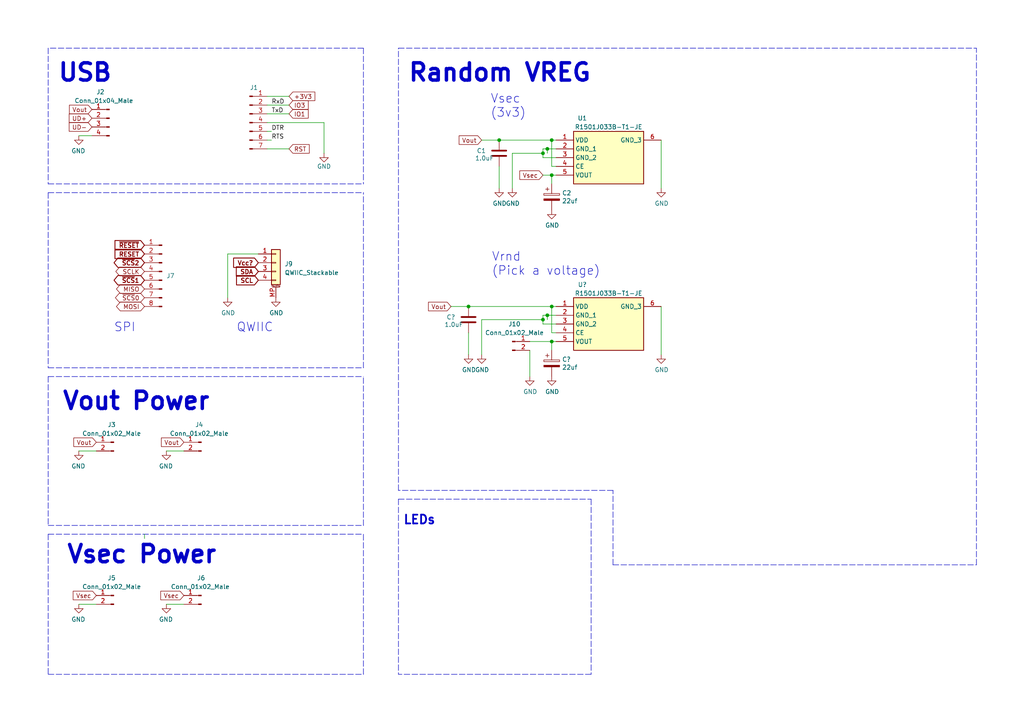
<source format=kicad_sch>
(kicad_sch (version 20211123) (generator eeschema)
  (paper "A4")
  (title_block (title "Random VREG") (rev "0.2.0") (company "The Nerd Mage"))
  (lib_symbols
    (symbol "Connector:Conn_01x02_Male" (pin_names (offset 1.016) hide)
      (property "Reference" "J" (at 0 2.54 0))
      (property "Value" "Conn_01x02_Male" (at 0 -5.08 0))
      (symbol "Conn_01x02_Male_1_1"
        (polyline (pts (xy 1.27 -2.54) (xy 0.8636 -2.54)) (stroke (width 0.1524)))
        (polyline (pts (xy 1.27 0) (xy 0.8636 0)) (stroke (width 0.1524)))
        (rectangle (start 0.8636 -2.413) (end 0 -2.667) (stroke (width 0.1524)) (fill (type outline)))
        (rectangle (start 0.8636 0.127) (end 0 -0.127) (stroke (width 0.1524)) (fill (type outline)))
        (pin passive line (at 5.08 0 180) (length 3.81) (name "Pin_1") (number "1"))
        (pin passive line (at 5.08 -2.54 180) (length 3.81) (name "Pin_2") (number "2"))
      )
    )
    (symbol "Connector:Conn_01x04_Male" (pin_names (offset 1.016) hide)
      (property "Reference" "J" (at 0 5.08 0))
      (property "Value" "Conn_01x04_Male" (at 0 -7.62 0))
      (symbol "Conn_01x04_Male_1_1"
        (polyline (pts (xy 1.27 -5.08) (xy 0.8636 -5.08)) (stroke (width 0.1524)))
        (polyline (pts (xy 1.27 -2.54) (xy 0.8636 -2.54)) (stroke (width 0.1524)))
        (polyline (pts (xy 1.27 0) (xy 0.8636 0)) (stroke (width 0.1524)))
        (polyline (pts (xy 1.27 2.54) (xy 0.8636 2.54)) (stroke (width 0.1524)))
        (rectangle (start 0.8636 -4.953) (end 0 -5.207) (stroke (width 0.1524)) (fill (type outline)))
        (rectangle (start 0.8636 -2.413) (end 0 -2.667) (stroke (width 0.1524)) (fill (type outline)))
        (rectangle (start 0.8636 0.127) (end 0 -0.127) (stroke (width 0.1524)) (fill (type outline)))
        (rectangle (start 0.8636 2.667) (end 0 2.413) (stroke (width 0.1524)) (fill (type outline)))
        (pin passive line (at 5.08 2.54 180) (length 3.81) (name "Pin_1") (number "1"))
        (pin passive line (at 5.08 0 180) (length 3.81) (name "Pin_2") (number "2"))
        (pin passive line (at 5.08 -2.54 180) (length 3.81) (name "Pin_3") (number "3"))
        (pin passive line (at 5.08 -5.08 180) (length 3.81) (name "Pin_4") (number "4"))
      )
    )
    (symbol "Connector:Conn_01x07_Male" (pin_names (offset 1.016) hide)
      (property "Reference" "J" (at 0 10.16 0))
      (property "Value" "Conn_01x07_Male" (at 0 -10.16 0))
      (symbol "Conn_01x07_Male_1_1"
        (polyline (pts (xy 1.27 -7.62) (xy 0.8636 -7.62)) (stroke (width 0.1524)))
        (polyline (pts (xy 1.27 -5.08) (xy 0.8636 -5.08)) (stroke (width 0.1524)))
        (polyline (pts (xy 1.27 -2.54) (xy 0.8636 -2.54)) (stroke (width 0.1524)))
        (polyline (pts (xy 1.27 0) (xy 0.8636 0)) (stroke (width 0.1524)))
        (polyline (pts (xy 1.27 2.54) (xy 0.8636 2.54)) (stroke (width 0.1524)))
        (polyline (pts (xy 1.27 5.08) (xy 0.8636 5.08)) (stroke (width 0.1524)))
        (polyline (pts (xy 1.27 7.62) (xy 0.8636 7.62)) (stroke (width 0.1524)))
        (rectangle (start 0.8636 -7.493) (end 0 -7.747) (stroke (width 0.1524)) (fill (type outline)))
        (rectangle (start 0.8636 -4.953) (end 0 -5.207) (stroke (width 0.1524)) (fill (type outline)))
        (rectangle (start 0.8636 -2.413) (end 0 -2.667) (stroke (width 0.1524)) (fill (type outline)))
        (rectangle (start 0.8636 0.127) (end 0 -0.127) (stroke (width 0.1524)) (fill (type outline)))
        (rectangle (start 0.8636 2.667) (end 0 2.413) (stroke (width 0.1524)) (fill (type outline)))
        (rectangle (start 0.8636 5.207) (end 0 4.953) (stroke (width 0.1524)) (fill (type outline)))
        (rectangle (start 0.8636 7.747) (end 0 7.493) (stroke (width 0.1524)) (fill (type outline)))
        (pin passive line (at 5.08 7.62 180) (length 3.81) (name "Pin_1") (number "1"))
        (pin passive line (at 5.08 5.08 180) (length 3.81) (name "Pin_2") (number "2"))
        (pin passive line (at 5.08 2.54 180) (length 3.81) (name "Pin_3") (number "3"))
        (pin passive line (at 5.08 0 180) (length 3.81) (name "Pin_4") (number "4"))
        (pin passive line (at 5.08 -2.54 180) (length 3.81) (name "Pin_5") (number "5"))
        (pin passive line (at 5.08 -5.08 180) (length 3.81) (name "Pin_6") (number "6"))
        (pin passive line (at 5.08 -7.62 180) (length 3.81) (name "Pin_7") (number "7"))
      )
    )
    (symbol "Connector:Conn_01x08_Male" (pin_names (offset 1.016) hide)
      (property "Reference" "J" (at 0 10.16 0))
      (property "Value" "Conn_01x08_Male" (at 0 -12.7 0))
      (symbol "Conn_01x08_Male_1_1"
        (polyline (pts (xy 1.27 -10.16) (xy 0.8636 -10.16)) (stroke (width 0.1524)))
        (polyline (pts (xy 1.27 -7.62) (xy 0.8636 -7.62)) (stroke (width 0.1524)))
        (polyline (pts (xy 1.27 -5.08) (xy 0.8636 -5.08)) (stroke (width 0.1524)))
        (polyline (pts (xy 1.27 -2.54) (xy 0.8636 -2.54)) (stroke (width 0.1524)))
        (polyline (pts (xy 1.27 0) (xy 0.8636 0)) (stroke (width 0.1524)))
        (polyline (pts (xy 1.27 2.54) (xy 0.8636 2.54)) (stroke (width 0.1524)))
        (polyline (pts (xy 1.27 5.08) (xy 0.8636 5.08)) (stroke (width 0.1524)))
        (polyline (pts (xy 1.27 7.62) (xy 0.8636 7.62)) (stroke (width 0.1524)))
        (rectangle (start 0.8636 -10.033) (end 0 -10.287) (stroke (width 0.1524)) (fill (type outline)))
        (rectangle (start 0.8636 -7.493) (end 0 -7.747) (stroke (width 0.1524)) (fill (type outline)))
        (rectangle (start 0.8636 -4.953) (end 0 -5.207) (stroke (width 0.1524)) (fill (type outline)))
        (rectangle (start 0.8636 -2.413) (end 0 -2.667) (stroke (width 0.1524)) (fill (type outline)))
        (rectangle (start 0.8636 0.127) (end 0 -0.127) (stroke (width 0.1524)) (fill (type outline)))
        (rectangle (start 0.8636 2.667) (end 0 2.413) (stroke (width 0.1524)) (fill (type outline)))
        (rectangle (start 0.8636 5.207) (end 0 4.953) (stroke (width 0.1524)) (fill (type outline)))
        (rectangle (start 0.8636 7.747) (end 0 7.493) (stroke (width 0.1524)) (fill (type outline)))
        (pin passive line (at 5.08 7.62 180) (length 3.81) (name "Pin_1") (number "1"))
        (pin passive line (at 5.08 5.08 180) (length 3.81) (name "Pin_2") (number "2"))
        (pin passive line (at 5.08 2.54 180) (length 3.81) (name "Pin_3") (number "3"))
        (pin passive line (at 5.08 0 180) (length 3.81) (name "Pin_4") (number "4"))
        (pin passive line (at 5.08 -2.54 180) (length 3.81) (name "Pin_5") (number "5"))
        (pin passive line (at 5.08 -5.08 180) (length 3.81) (name "Pin_6") (number "6"))
        (pin passive line (at 5.08 -7.62 180) (length 3.81) (name "Pin_7") (number "7"))
        (pin passive line (at 5.08 -10.16 180) (length 3.81) (name "Pin_8") (number "8"))
      )
    )
    (symbol "Connector_QWIIC_Stackable:QWIIC_Stackable" (pin_names (offset 1.016) hide)
      (property "Reference" "J" (at 0 5.08 0))
      (property "Value" "QWIIC_Stackable" (at 1.27 -7.62 0))
      (symbol "QWIIC_Stackable_1_1"
        (rectangle (start -1.27 -4.953) (end 0 -5.207) (stroke (width 0.1524)))
        (rectangle (start -1.27 -2.413) (end 0 -2.667) (stroke (width 0.1524)))
        (rectangle (start -1.27 0.127) (end 0 -0.127) (stroke (width 0.1524)))
        (rectangle (start -1.27 2.667) (end 0 2.413) (stroke (width 0.1524)))
        (rectangle (start -1.27 3.81) (end 1.27 -6.35) (stroke (width 0.254)) (fill (type background)))
        (polyline (pts (xy -1.016 -7.112) (xy 1.016 -7.112)) (stroke (width 0.1524)))
        (text "Mounting" (at 0 -6.731 0) (effects (font (size 0.381 0.381))))
        (pin passive line (at -5.08 2.54 0) (length 3.81) (name "Pin_1") (number "1"))
        (pin passive line (at -5.08 0 0) (length 3.81) (name "Pin_2") (number "2"))
        (pin passive line (at -5.08 -2.54 0) (length 3.81) (name "Pin_3") (number "3"))
        (pin passive line (at -5.08 -5.08 0) (length 3.81) (name "Pin_4") (number "4"))
        (pin passive line (at 0 -10.16 90) (length 3.048) (name "MountPin") (number "MP"))
      )
    )
    (symbol "Device:C" (pin_numbers hide) (pin_names (offset 0.254))
      (property "Reference" "C" (at 0.635 2.54 0))
      (property "Value" "C" (at 0.635 -2.54 0))
      (symbol "C_0_1"
        (polyline (pts (xy -2.032 -0.762) (xy 2.032 -0.762)) (stroke (width 0.508)))
        (polyline (pts (xy -2.032 0.762) (xy 2.032 0.762)) (stroke (width 0.508)))
      )
      (symbol "C_1_1"
        (pin passive line (at 0 3.81 270) (length 2.794) (name "~") (number "1"))
        (pin passive line (at 0 -3.81 90) (length 2.794) (name "~") (number "2"))
      )
    )
    (symbol "Device:CP" (pin_numbers hide) (pin_names (offset 0.254))
      (property "Reference" "C" (at 0.635 2.54 0))
      (property "Value" "Device_CP" (at 0.635 -2.54 0))
      (symbol "CP_0_1"
        (rectangle (start -2.286 0.508) (end 2.286 1.016))
        (polyline (pts (xy -1.778 2.286) (xy -0.762 2.286)))
        (polyline (pts (xy -1.27 2.794) (xy -1.27 1.778)))
        (rectangle (start 2.286 -0.508) (end -2.286 -1.016) (fill (type outline)))
      )
      (symbol "CP_1_1"
        (pin passive line (at 0 3.81 270) (length 2.794) (name "~") (number "1"))
        (pin passive line (at 0 -3.81 90) (length 2.794) (name "~") (number "2"))
      )
    )
    (symbol "R1501J033B-T1-JE:R1501J033B-T1-JE"
      (property "Reference" "U" (at 0 0 0))
      (property "Value" "R1501J033B-T1-JE" (at 2.54 8.89 0))
      (symbol "R1501J033B-T1-JE_1_1"
        (rectangle (start 5.08 2.54) (end 25.4 -12.7) (stroke (width 0.254)) (fill (type background)))
        (pin passive line (at 0 0 0) (length 5.08) (name "VDD") (number "1"))
        (pin passive line (at 0 -2.54 0) (length 5.08) (name "GND_1") (number "2"))
        (pin passive line (at 0 -5.08 0) (length 5.08) (name "GND_2") (number "3"))
        (pin passive line (at 0 -7.62 0) (length 5.08) (name "CE") (number "4"))
        (pin passive line (at 0 -10.16 0) (length 5.08) (name "VOUT") (number "5"))
        (pin passive line (at 30.48 0 180) (length 5.08) (name "GND_3") (number "6"))
      )
    )
    (symbol "power:GND" (power) (pin_names (offset 0))
      (property "Value" "GND" (at 0 -3.81 0))
      (symbol "GND_0_1"
        (polyline (pts (xy 0 0) (xy 0 -1.27) (xy 1.27 -1.27) (xy 0 -2.54) (xy -1.27 -1.27) (xy 0 -1.27)))
      )
      (symbol "GND_1_1"
        (pin power_in line (at 0 0 270) (length 0) hide (name "GND") (number "1"))
      )
    )
  )
  (junction (at 157.48 44.45))
  (junction (at 144.78 40.64))
  (junction (at 160.02 99.06))
  (junction (at 158.75 43.18))
  (junction (at 160.02 50.8))
  (junction (at 135.89 88.9))
  (junction (at 157.48 92.71))
  (junction (at 160.02 88.9))
  (junction (at 158.75 91.44))
  (junction (at 160.02 40.64))
  (wire (pts (xy 153.67 101.6) (xy 153.67 109.22)))
  (wire (pts (xy 135.89 88.9) (xy 160.02 88.9)))
  (wire (pts (xy 157.48 91.44) (xy 157.48 92.71)))
  (wire (pts (xy 161.29 91.44) (xy 158.75 91.44)))
  (polyline (pts (xy 115.57 144.78) (xy 171.45 144.78)))
  (polyline (pts (xy 105.41 13.97) (xy 105.41 53.34)))
  (wire (pts (xy 77.47 27.94) (xy 83.82 27.94)))
  (wire (pts (xy 148.59 44.45) (xy 157.48 44.45)))
  (wire (pts (xy 160.02 96.52) (xy 160.02 88.9)))
  (wire (pts (xy 157.48 43.18) (xy 157.48 44.45)))
  (polyline (pts (xy 105.41 13.97) (xy 13.97 13.97)))
  (polyline (pts (xy 13.97 152.4) (xy 105.41 152.4)))
  (polyline (pts (xy 115.57 144.78) (xy 115.57 195.58)))
  (polyline (pts (xy 13.97 55.88) (xy 105.41 55.88)))
  (wire (pts (xy 161.29 43.18) (xy 158.75 43.18)))
  (polyline (pts (xy 105.41 152.4) (xy 105.41 109.22)))
  (wire (pts (xy 139.7 102.87) (xy 139.7 92.71)))
  (wire (pts (xy 77.47 33.02) (xy 83.82 33.02)))
  (wire (pts (xy 74.93 73.66) (xy 66.04 73.66)))
  (wire (pts (xy 160.02 99.06) (xy 160.02 101.6)))
  (wire (pts (xy 157.48 50.8) (xy 160.02 50.8)))
  (polyline (pts (xy 13.97 154.94) (xy 105.41 154.94)))
  (wire (pts (xy 160.02 99.06) (xy 161.29 99.06)))
  (wire (pts (xy 148.59 54.61) (xy 148.59 44.45)))
  (wire (pts (xy 191.77 40.64) (xy 191.77 54.61)))
  (wire (pts (xy 157.48 45.72) (xy 161.29 45.72)))
  (polyline (pts (xy 13.97 109.22) (xy 13.97 152.4)))
  (wire (pts (xy 158.75 92.71) (xy 158.75 91.44)))
  (polyline (pts (xy 171.45 195.58) (xy 115.57 195.58)))
  (polyline (pts (xy 13.97 195.58) (xy 105.41 195.58)))
  (wire (pts (xy 26.67 39.37) (xy 22.86 39.37)))
  (wire (pts (xy 158.75 43.18) (xy 157.48 43.18)))
  (wire (pts (xy 160.02 50.8) (xy 161.29 50.8)))
  (polyline (pts (xy 13.97 53.34) (xy 105.41 53.34)))
  (wire (pts (xy 160.02 40.64) (xy 161.29 40.64)))
  (wire (pts (xy 144.78 40.64) (xy 160.02 40.64)))
  (polyline (pts (xy 115.57 142.24) (xy 115.57 13.97)))
  (polyline (pts (xy 105.41 195.58) (xy 105.41 154.94)))
  (polyline (pts (xy 13.97 154.94) (xy 13.97 195.58)))
  (wire (pts (xy 157.48 44.45) (xy 157.48 45.72)))
  (wire (pts (xy 77.47 43.18) (xy 83.82 43.18)))
  (polyline (pts (xy 115.57 13.97) (xy 283.21 13.97)))
  (wire (pts (xy 139.7 92.71) (xy 157.48 92.71)))
  (polyline (pts (xy 177.8 142.24) (xy 115.57 142.24)))
  (polyline (pts (xy 13.97 13.97) (xy 13.97 53.34)))
  (wire (pts (xy 93.98 35.56) (xy 77.47 35.56)))
  (wire (pts (xy 48.26 130.81) (xy 53.34 130.81)))
  (wire (pts (xy 22.86 130.81) (xy 27.94 130.81)))
  (wire (pts (xy 77.47 40.64) (xy 78.74 40.64)))
  (polyline (pts (xy 177.8 163.83) (xy 177.8 142.24)))
  (wire (pts (xy 158.75 91.44) (xy 157.48 91.44)))
  (wire (pts (xy 157.48 92.71) (xy 157.48 93.98)))
  (wire (pts (xy 77.47 30.48) (xy 83.82 30.48)))
  (wire (pts (xy 160.02 50.8) (xy 160.02 53.34)))
  (wire (pts (xy 41.91 156.21) (xy 41.91 154.94)))
  (polyline (pts (xy 13.97 106.68) (xy 105.41 106.68)))
  (wire (pts (xy 48.26 175.26) (xy 53.34 175.26)))
  (wire (pts (xy 161.29 96.52) (xy 160.02 96.52)))
  (wire (pts (xy 130.81 88.9) (xy 135.89 88.9)))
  (wire (pts (xy 153.67 99.06) (xy 160.02 99.06)))
  (wire (pts (xy 93.98 44.45) (xy 93.98 35.56)))
  (polyline (pts (xy 177.8 163.83) (xy 283.21 163.83)))
  (wire (pts (xy 158.75 44.45) (xy 158.75 43.18)))
  (wire (pts (xy 191.77 88.9) (xy 191.77 102.87)))
  (wire (pts (xy 161.29 48.26) (xy 160.02 48.26)))
  (polyline (pts (xy 13.97 55.88) (xy 13.97 106.68)))
  (wire (pts (xy 160.02 48.26) (xy 160.02 40.64)))
  (wire (pts (xy 66.04 73.66) (xy 66.04 86.36)))
  (wire (pts (xy 135.89 96.52) (xy 135.89 102.87)))
  (wire (pts (xy 144.78 48.26) (xy 144.78 54.61)))
  (polyline (pts (xy 171.45 144.78) (xy 171.45 195.58)))
  (wire (pts (xy 157.48 93.98) (xy 161.29 93.98)))
  (wire (pts (xy 77.47 38.1) (xy 78.74 38.1)))
  (polyline (pts (xy 283.21 163.83) (xy 283.21 13.97)))
  (polyline (pts (xy 13.97 109.22) (xy 105.41 109.22)))
  (polyline (pts (xy 105.41 106.68) (xy 105.41 55.88)))
  (wire (pts (xy 160.02 88.9) (xy 161.29 88.9)))
  (wire (pts (xy 139.7 40.64) (xy 144.78 40.64)))
  (wire (pts (xy 22.86 175.26) (xy 27.94 175.26)))
  (text "Vsec Power" (at 19.05 163.83 0) (effects (font (size 5 5) (thickness 1) bold) (justify left bottom)))
  (text "Vrnd\n(Pick a voltage)" (at 142.6051 80.1379 0) (effects (font (size 2.54 2.54)) (justify left bottom)))
  (text "Vout Power" (at 17.78 119.38 0) (effects (font (size 5 5) (thickness 1) bold) (justify left bottom)))
  (text "QWIIC" (at 68.58 96.52 0) (effects (font (size 2.54 2.54)) (justify left bottom)))
  (text "USB" (at 16.51 24.13 0) (effects (font (size 5 5) (thickness 1) bold) (justify left bottom)))
  (text "Vsec\n(3v3)" (at 142.24 34.29 0) (effects (font (size 2.54 2.54)) (justify left bottom)))
  (text "Random VREG" (at 118.11 24.13 0) (effects (font (size 5 5) (thickness 1) bold) (justify left bottom)))
  (text "SPI" (at 33.02 96.52 0) (effects (font (size 2.54 2.54)) (justify left bottom)))
  (text "LEDs" (at 116.84 152.4 180) (effects (font (size 2.54 2.54) (thickness 0.508) bold) (justify left bottom)))
  (label "TxD" (at 78.74 33.02 0))
  (label "DTR" (at 78.74 38.1 0))
  (label "RTS" (at 78.74 40.64 0))
  (label "RxD" (at 78.74 30.48 0))
  (global_label "RESET" (shape input) (at 41.91 73.66 180) (effects (font (thickness 0.254) bold)) (property "Intersheet References" "${INTERSHEET_REFS}" (effects hide)))
  (global_label "Vout" (shape input) (at 130.81 88.9 180) (property "Intersheet References" "${INTERSHEET_REFS}" (effects hide)))
  (global_label "~{SCS}0" (shape bidirectional) (at 41.91 86.36 180) (property "Intersheet References" "${INTERSHEET_REFS}" (effects hide)))
  (global_label "Vsec" (shape input) (at 157.48 50.8 180) (property "Intersheet References" "${INTERSHEET_REFS}" (effects hide)))
  (global_label "Vout" (shape input) (at 139.7 40.64 180) (property "Intersheet References" "${INTERSHEET_REFS}" (effects hide)))
  (global_label "~{SCS}1" (shape bidirectional) (at 41.91 81.28 180) (effects (font (thickness 0.254) bold)) (property "Intersheet References" "${INTERSHEET_REFS}" (effects hide)))
  (global_label "Vcc?" (shape input) (at 74.93 76.2 180) (effects (font (thickness 0.254) bold)) (property "Intersheet References" "${INTERSHEET_REFS}" (effects hide)))
  (global_label "Vout" (shape input) (at 26.67 31.75 180) (property "Intersheet References" "${INTERSHEET_REFS}" (effects hide)))
  (global_label "Vout" (shape input) (at 27.94 128.27 180) (property "Intersheet References" "${INTERSHEET_REFS}" (effects hide)))
  (global_label "IO3" (shape input) (at 83.82 30.48 0) (property "Intersheet References" "${INTERSHEET_REFS}" (effects hide)))
  (global_label "Vout" (shape input) (at 53.34 128.27 180) (property "Intersheet References" "${INTERSHEET_REFS}" (effects hide)))
  (global_label "Vsec" (shape input) (at 27.94 172.72 180) (property "Intersheet References" "${INTERSHEET_REFS}" (effects hide)))
  (global_label "IO1" (shape input) (at 83.82 33.02 0) (property "Intersheet References" "${INTERSHEET_REFS}" (effects hide)))
  (global_label "UD-" (shape input) (at 26.67 36.83 180) (property "Intersheet References" "${INTERSHEET_REFS}" (effects hide)))
  (global_label "SCLK" (shape bidirectional) (at 41.91 78.74 180) (property "Intersheet References" "${INTERSHEET_REFS}" (effects hide)))
  (global_label "~{SCS}2" (shape bidirectional) (at 41.91 76.2 180) (effects (font (thickness 0.254) bold)) (property "Intersheet References" "${INTERSHEET_REFS}" (effects hide)))
  (global_label "SDA" (shape input) (at 74.93 78.74 180) (effects (font bold)) (property "Intersheet References" "${INTERSHEET_REFS}" (effects hide)))
  (global_label "MISO" (shape bidirectional) (at 41.91 83.82 180) (property "Intersheet References" "${INTERSHEET_REFS}" (effects hide)))
  (global_label "+3V3" (shape input) (at 83.82 27.94 0) (property "Intersheet References" "${INTERSHEET_REFS}" (effects hide)))
  (global_label "~{RESET}" (shape input) (at 41.91 71.12 180) (effects (font (thickness 0.254) bold)) (property "Intersheet References" "${INTERSHEET_REFS}" (effects hide)))
  (global_label "SCL" (shape input) (at 74.93 81.28 180) (effects (font (thickness 0.254) bold)) (property "Intersheet References" "${INTERSHEET_REFS}" (effects hide)))
  (global_label "MOSI" (shape bidirectional) (at 41.91 88.9 180) (property "Intersheet References" "${INTERSHEET_REFS}" (effects hide)))
  (global_label "Vsec" (shape input) (at 53.34 172.72 180) (property "Intersheet References" "${INTERSHEET_REFS}" (effects hide)))
  (global_label "UD+" (shape input) (at 26.67 34.29 180) (property "Intersheet References" "${INTERSHEET_REFS}" (effects hide)))
  (global_label "RST" (shape input) (at 83.82 43.18 0) (property "Intersheet References" "${INTERSHEET_REFS}" (effects hide)))
  (symbol (lib_id "Device:C") (at 144.78 44.45 0) (mirror y) (unit 1)
    (property "Reference" "C1" (at 140.97 44.45 0) (effects (justify left bottom)))
    (property "Value" "1.0uF" (at 143.256 46.609 0) (effects (justify left bottom)))
    (property "Footprint" "Capacitor_SMD:C_0603_1608Metric" (effects hide))
    (property "LCSC" "C559769" (effects hide))
  )
  (symbol (lib_id "power:GND") (at 191.77 102.87 0) (unit 1)
    (property "Reference" "#PWR?" (effects hide))
    (property "Value" "GND" (at 191.897 107.2642 0))
  )
  (symbol (lib_id "Connector:Conn_01x02_Male") (at 33.02 128.27 0) (mirror y) (unit 1) (in_bom no)
    (property "Reference" "J3" (at 32.385 123.19 0))
    (property "Value" "Conn_01x02_Male" (at 32.385 125.73 0))
    (property "Footprint" "Tinker:Board_Stacker_2" (effects hide))
  )
  (symbol (lib_id "power:GND") (at 22.86 39.37 0) (mirror y) (unit 1)
    (property "Reference" "#PWR0106" (effects hide))
    (property "Value" "GND" (at 22.733 43.7642 0))
  )
  (symbol (lib_id "Connector:Conn_01x02_Male") (at 58.42 128.27 0) (mirror y) (unit 1) (in_bom no)
    (property "Reference" "J4" (at 57.785 123.19 0))
    (property "Value" "Conn_01x02_Male" (at 57.785 125.73 0))
    (property "Footprint" "Tinker:Board_Stacker_2" (effects hide))
  )
  (symbol (lib_id "Device:C") (at 135.89 92.71 0) (mirror y) (unit 1)
    (property "Reference" "C?" (at 132.08 92.71 0) (effects (justify left bottom)))
    (property "Value" "1.0uF" (at 134.366 94.869 0) (effects (justify left bottom)))
    (property "Footprint" "Capacitor_SMD:C_0603_1608Metric" (effects hide))
    (property "LCSC" "C559769" (effects hide))
  )
  (symbol (lib_id "power:GND") (at 139.7 102.87 0) (unit 1)
    (property "Reference" "#PWR?" (effects hide))
    (property "Value" "GND" (at 139.827 107.2642 0))
  )
  (symbol (lib_id "Device:CP") (at 160.02 57.15 0) (unit 1)
    (property "Reference" "C2" (at 163.0172 55.9816 0) (effects (justify left)))
    (property "Value" "22uf" (at 163.0172 58.293 0) (effects (justify left)))
    (property "Footprint" "Tinker:CP_EIA-6032-28-Tantalumm_HandSolder" (effects hide))
    (property "Datasheet" "http://datasheets.avx.com/TAJ.pdf" (effects hide))
    (property "P/N" "TAJB226M010RNJ" (effects hide))
    (property "LCSC" "C89246" (effects hide))
  )
  (symbol (lib_id "R1501J033B-T1-JE:R1501J033B-T1-JE") (at 161.29 40.64 0) (unit 1)
    (property "Reference" "U1" (at 168.91 34.29 0))
    (property "Value" "R1501J033B-T1-JE" (at 176.53 36.83 0))
    (property "Footprint" "Tinker:R1501J033BT1JE" (effects hide))
    (property "Reference_1" "IC" (effects hide))
    (property "Value_1" "R1501J033B-T1-JE" (effects hide))
    (property "Footprint_1" "R1501J033BT1JE" (effects hide))
    (property "Datasheet_1" "https://www.nisshinbo-microdevices.co.jp/en/pdf/datasheet/r1501-ec.pdf" (effects hide))
    (property "Height" "2.627" (effects hide))
    (property "Manufacturer_Name" "Nisshinbo" (effects hide))
    (property "Manufacturer_Part_Number" "R1501J033B-T1-JE" (effects hide))
    (property "LCSC" "C3748149" (effects hide))
    (property "DigiKey" "2129-R1501J033B-T1-JECT-ND" (effects hide))
  )
  (symbol (lib_id "Connector:Conn_01x02_Male") (at 148.59 99.06 0) (unit 1) (in_bom no)
    (property "Reference" "J10" (at 149.225 93.98 0))
    (property "Value" "Conn_01x02_Male" (at 149.225 96.52 0))
    (property "Footprint" "Tinker:Board_Stacker_2" (effects hide))
  )
  (symbol (lib_id "power:GND") (at 93.98 44.45 0) (unit 1)
    (property "Reference" "#PWR0103" (effects hide))
    (property "Value" "GND" (at 93.98 48.26 0))
  )
  (symbol (lib_id "power:GND") (at 148.59 54.61 0) (unit 1)
    (property "Reference" "#PWR0107" (effects hide))
    (property "Value" "GND" (at 148.717 59.0042 0))
  )
  (symbol (lib_id "power:GND") (at 22.86 130.81 0) (mirror y) (unit 1)
    (property "Reference" "#PWR0104" (effects hide))
    (property "Value" "GND" (at 22.733 135.2042 0))
  )
  (symbol (lib_id "power:GND") (at 135.89 102.87 0) (unit 1)
    (property "Reference" "#PWR?" (effects hide))
    (property "Value" "GND" (at 136.017 107.2642 0))
  )
  (symbol (lib_id "power:GND") (at 48.26 175.26 0) (mirror y) (unit 1)
    (property "Reference" "#PWR0101" (effects hide))
    (property "Value" "GND" (at 48.133 179.6542 0))
  )
  (symbol (lib_id "power:GND") (at 48.26 130.81 0) (mirror y) (unit 1)
    (property "Reference" "#PWR0102" (effects hide))
    (property "Value" "GND" (at 48.133 135.2042 0))
  )
  (symbol (lib_id "power:GND") (at 22.86 175.26 0) (mirror y) (unit 1)
    (property "Reference" "#PWR0120" (effects hide))
    (property "Value" "GND" (at 22.733 179.6542 0))
  )
  (symbol (lib_id "power:GND") (at 160.02 109.22 0) (unit 1)
    (property "Reference" "#PWR?" (effects hide))
    (property "Value" "GND" (at 160.147 113.6142 0))
  )
  (symbol (lib_id "Connector:Conn_01x07_Male") (at 72.39 35.56 0) (unit 1) (in_bom no) (on_board no)
    (property "Reference" "J1" (at 73.66 25.4 0))
    (property "Value" "Conn_01x07_Male" (effects hide))
    (property "Footprint" "Tinker:Board_Stacker_7" (effects hide))
    (property "Note" "Footprint only" (effects hide))
  )
  (symbol (lib_id "Connector_QWIIC_Stackable:QWIIC_Stackable") (at 80.01 76.2 0) (unit 1) (in_bom no)
    (property "Reference" "J9" (at 82.55 76.5555 0) (effects (justify left)))
    (property "Value" "QWIIC_Stackable" (at 82.55 79.0955 0) (effects (justify left)))
    (property "Footprint" "Tinker:QWIIC_Stack_II" (effects hide))
  )
  (symbol (lib_id "power:GND") (at 144.78 54.61 0) (unit 1)
    (property "Reference" "#PWR0105" (effects hide))
    (property "Value" "GND" (at 144.907 59.0042 0))
  )
  (symbol (lib_id "Connector:Conn_01x02_Male") (at 58.42 172.72 0) (mirror y) (unit 1) (in_bom no)
    (property "Reference" "J6" (at 57.15 167.64 0) (effects (justify right)))
    (property "Value" "Conn_01x02_Male" (at 49.53 170.18 0) (effects (justify right)))
    (property "Footprint" "Tinker:Board_Stacker_2" (effects hide))
  )
  (symbol (lib_id "Device:CP") (at 160.02 105.41 0) (unit 1)
    (property "Reference" "C?" (at 163.0172 104.2416 0) (effects (justify left)))
    (property "Value" "22uf" (at 163.0172 106.553 0) (effects (justify left)))
    (property "Footprint" "Tinker:CP_EIA-6032-28-Tantalumm_HandSolder" (effects hide))
    (property "Datasheet" "http://datasheets.avx.com/TAJ.pdf" (effects hide))
    (property "P/N" "TAJB226M010RNJ" (effects hide))
    (property "LCSC" "C89246" (effects hide))
  )
  (symbol (lib_id "power:GND") (at 191.77 54.61 0) (unit 1)
    (property "Reference" "#PWR0108" (effects hide))
    (property "Value" "GND" (at 191.897 59.0042 0))
  )
  (symbol (lib_id "power:GND") (at 80.01 86.36 0) (unit 1)
    (property "Reference" "#PWR0123" (effects hide))
    (property "Value" "GND" (at 80.137 90.7542 0))
  )
  (symbol (lib_id "Connector:Conn_01x08_Male") (at 46.99 78.74 0) (mirror y) (unit 1) (in_bom no)
    (property "Reference" "J7" (at 48.26 80.0099 0) (effects (justify right)))
    (property "Value" "Conn_01x08_Male" (effects hide))
    (property "Footprint" "Tinker:PinHeader_2x04_P1.27mm_Vertical" (effects hide))
    (property "LCSC" "C2881786 + C2684732" (effects hide))
  )
  (symbol (lib_id "power:GND") (at 160.02 60.96 0) (unit 1)
    (property "Reference" "#PWR0109" (effects hide))
    (property "Value" "GND" (at 160.147 65.3542 0))
  )
  (symbol (lib_id "R1501J033B-T1-JE:R1501J033B-T1-JE") (at 161.29 88.9 0) (unit 1)
    (property "Reference" "U?" (at 168.91 82.55 0))
    (property "Value" "R1501J033B-T1-JE" (at 176.53 85.09 0))
    (property "Footprint" "Tinker:R1501J033BT1JE" (effects hide))
    (property "Reference_1" "IC" (effects hide))
    (property "Value_1" "R1501J033B-T1-JE" (effects hide))
    (property "Footprint_1" "R1501J033BT1JE" (effects hide))
    (property "Datasheet_1" "https://www.nisshinbo-microdevices.co.jp/en/pdf/datasheet/r1501-ec.pdf" (effects hide))
    (property "Height" "2.627" (effects hide))
    (property "Manufacturer_Name" "Nisshinbo" (effects hide))
    (property "Manufacturer_Part_Number" "R1501J033B-T1-JE" (effects hide))
    (property "LCSC" "C3748149" (effects hide))
    (property "DigiKey" "2129-R1501J033B-T1-JECT-ND" (effects hide))
  )
  (symbol (lib_id "Connector:Conn_01x04_Male") (at 31.75 34.29 0) (mirror y) (unit 1) (in_bom no)
    (property "Reference" "J2" (at 27.94 26.67 0) (effects (justify right)))
    (property "Value" "Conn_01x04_Male" (at 21.59 29.21 0) (effects (justify right)))
    (property "Footprint" "Tinker:Board_Stacker_4" (effects hide))
  )
  (symbol (lib_id "power:GND") (at 66.04 86.36 0) (unit 1)
    (property "Reference" "#PWR0124" (effects hide))
    (property "Value" "GND" (at 66.167 90.7542 0))
  )
  (symbol (lib_id "Connector:Conn_01x02_Male") (at 33.02 172.72 0) (mirror y) (unit 1) (in_bom no)
    (property "Reference" "J5" (at 32.385 167.64 0))
    (property "Value" "Conn_01x02_Male" (at 32.385 170.18 0))
    (property "Footprint" "Tinker:Board_Stacker_2" (effects hide))
  )
  (symbol (lib_id "power:GND") (at 153.67 109.22 0) (unit 1)
    (property "Reference" "#PWR?" (effects hide))
    (property "Value" "GND" (at 153.797 113.6142 0))
  )
)
</source>
